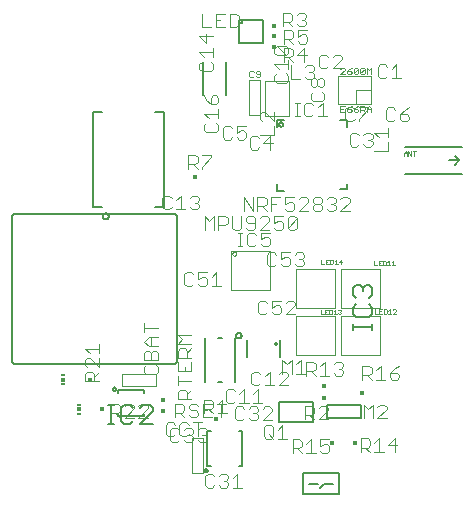
<source format=gto>
G75*
%MOIN*%
%OFA0B0*%
%FSLAX25Y25*%
%IPPOS*%
%LPD*%
%AMOC8*
5,1,8,0,0,1.08239X$1,22.5*
%
%ADD10C,0.00600*%
%ADD11C,0.00394*%
%ADD12C,0.00100*%
%ADD13C,0.00800*%
%ADD14C,0.01414*%
%ADD15C,0.00400*%
%ADD16C,0.00200*%
%ADD17C,0.00500*%
%ADD18R,0.01181X0.00591*%
%ADD19R,0.01181X0.01181*%
%ADD20C,0.00197*%
D10*
X0130500Y0070012D02*
X0130500Y0072147D01*
X0130500Y0071080D02*
X0124095Y0071080D01*
X0124095Y0072147D02*
X0124095Y0070012D01*
X0125162Y0078579D02*
X0124095Y0077512D01*
X0124095Y0075377D01*
X0125162Y0074309D01*
X0129432Y0074309D01*
X0130500Y0075377D01*
X0130500Y0077512D01*
X0129432Y0078579D01*
X0125162Y0080754D02*
X0124095Y0081822D01*
X0124095Y0083957D01*
X0125162Y0085025D01*
X0126230Y0085025D01*
X0127297Y0083957D01*
X0127297Y0082890D01*
X0127297Y0083957D02*
X0128365Y0085025D01*
X0129432Y0085025D01*
X0130500Y0083957D01*
X0130500Y0081822D01*
X0129432Y0080754D01*
X0044435Y0038700D02*
X0042300Y0038700D01*
X0043368Y0038700D02*
X0043368Y0045105D01*
X0044435Y0045105D02*
X0042300Y0045105D01*
X0050867Y0044038D02*
X0049800Y0045105D01*
X0047665Y0045105D01*
X0046597Y0044038D01*
X0046597Y0039768D01*
X0047665Y0038700D01*
X0049800Y0038700D01*
X0050867Y0039768D01*
X0057313Y0038700D02*
X0053042Y0038700D01*
X0057313Y0042970D01*
X0057313Y0044038D01*
X0056245Y0045105D01*
X0054110Y0045105D01*
X0053042Y0044038D01*
D11*
X0119900Y0090474D02*
X0132900Y0090474D01*
X0132900Y0077474D01*
X0119900Y0077474D01*
X0119900Y0090474D01*
X0119900Y0074726D02*
X0132900Y0074726D01*
X0132900Y0061726D01*
X0119900Y0061726D01*
X0119900Y0074726D01*
X0117900Y0061726D02*
X0104900Y0061726D01*
X0104900Y0074726D01*
X0117900Y0074726D01*
X0117900Y0061726D01*
X0117900Y0077474D02*
X0104900Y0077474D01*
X0104900Y0090474D01*
X0117900Y0090474D01*
X0117900Y0077474D01*
X0083500Y0096500D02*
X0096500Y0096500D01*
X0096500Y0083500D01*
X0083500Y0083500D01*
X0083500Y0096500D01*
X0083793Y0095500D02*
X0083795Y0095553D01*
X0083801Y0095605D01*
X0083811Y0095657D01*
X0083824Y0095708D01*
X0083842Y0095758D01*
X0083863Y0095807D01*
X0083888Y0095854D01*
X0083916Y0095898D01*
X0083947Y0095941D01*
X0083982Y0095981D01*
X0084019Y0096018D01*
X0084059Y0096053D01*
X0084102Y0096084D01*
X0084147Y0096112D01*
X0084193Y0096137D01*
X0084242Y0096158D01*
X0084292Y0096176D01*
X0084343Y0096189D01*
X0084395Y0096199D01*
X0084447Y0096205D01*
X0084500Y0096207D01*
X0084553Y0096205D01*
X0084605Y0096199D01*
X0084657Y0096189D01*
X0084708Y0096176D01*
X0084758Y0096158D01*
X0084807Y0096137D01*
X0084854Y0096112D01*
X0084898Y0096084D01*
X0084941Y0096053D01*
X0084981Y0096018D01*
X0085018Y0095981D01*
X0085053Y0095941D01*
X0085084Y0095898D01*
X0085112Y0095853D01*
X0085137Y0095807D01*
X0085158Y0095758D01*
X0085176Y0095708D01*
X0085189Y0095657D01*
X0085199Y0095605D01*
X0085205Y0095553D01*
X0085207Y0095500D01*
X0085205Y0095447D01*
X0085199Y0095395D01*
X0085189Y0095343D01*
X0085176Y0095292D01*
X0085158Y0095242D01*
X0085137Y0095193D01*
X0085112Y0095146D01*
X0085084Y0095102D01*
X0085053Y0095059D01*
X0085018Y0095019D01*
X0084981Y0094982D01*
X0084941Y0094947D01*
X0084898Y0094916D01*
X0084853Y0094888D01*
X0084807Y0094863D01*
X0084758Y0094842D01*
X0084708Y0094824D01*
X0084657Y0094811D01*
X0084605Y0094801D01*
X0084553Y0094795D01*
X0084500Y0094793D01*
X0084447Y0094795D01*
X0084395Y0094801D01*
X0084343Y0094811D01*
X0084292Y0094824D01*
X0084242Y0094842D01*
X0084193Y0094863D01*
X0084146Y0094888D01*
X0084102Y0094916D01*
X0084059Y0094947D01*
X0084019Y0094982D01*
X0083982Y0095019D01*
X0083947Y0095059D01*
X0083916Y0095102D01*
X0083888Y0095147D01*
X0083863Y0095193D01*
X0083842Y0095242D01*
X0083824Y0095292D01*
X0083811Y0095343D01*
X0083801Y0095395D01*
X0083795Y0095447D01*
X0083793Y0095500D01*
D12*
X0131076Y0093051D02*
X0131076Y0091550D01*
X0132077Y0091550D01*
X0133550Y0093051D02*
X0132549Y0093051D01*
X0132549Y0091550D01*
X0133550Y0091550D01*
X0133050Y0092301D02*
X0132549Y0092301D01*
X0134022Y0093051D02*
X0134022Y0091550D01*
X0134773Y0091550D01*
X0135023Y0091800D01*
X0135023Y0092801D01*
X0134773Y0093051D01*
X0134022Y0093051D01*
X0135496Y0092551D02*
X0135996Y0093051D01*
X0135996Y0091550D01*
X0135496Y0091550D02*
X0136497Y0091550D01*
X0136969Y0092551D02*
X0137469Y0093051D01*
X0137469Y0091550D01*
X0136969Y0091550D02*
X0137970Y0091550D01*
X0131324Y0076951D02*
X0131324Y0075450D01*
X0132325Y0075450D01*
X0133798Y0076951D02*
X0132797Y0076951D01*
X0132797Y0075450D01*
X0133798Y0075450D01*
X0133298Y0076201D02*
X0132797Y0076201D01*
X0134271Y0076951D02*
X0134271Y0075450D01*
X0135021Y0075450D01*
X0135271Y0075700D01*
X0135271Y0076701D01*
X0135021Y0076951D01*
X0134271Y0076951D01*
X0135744Y0076451D02*
X0136244Y0076951D01*
X0136244Y0075450D01*
X0135744Y0075450D02*
X0136745Y0075450D01*
X0138218Y0075450D02*
X0137217Y0075450D01*
X0138218Y0076451D01*
X0138218Y0076701D01*
X0137968Y0076951D01*
X0137467Y0076951D01*
X0137217Y0076701D01*
X0113224Y0076851D02*
X0113224Y0075350D01*
X0114225Y0075350D01*
X0115698Y0076851D02*
X0114697Y0076851D01*
X0114697Y0075350D01*
X0115698Y0075350D01*
X0115198Y0076101D02*
X0114697Y0076101D01*
X0116171Y0076851D02*
X0116171Y0075350D01*
X0116921Y0075350D01*
X0117171Y0075600D01*
X0117171Y0076601D01*
X0116921Y0076851D01*
X0116171Y0076851D01*
X0117644Y0076351D02*
X0118144Y0076851D01*
X0118144Y0075350D01*
X0117644Y0075350D02*
X0118645Y0075350D01*
X0119117Y0076601D02*
X0119367Y0076851D01*
X0119868Y0076851D01*
X0120118Y0076601D01*
X0120118Y0076351D01*
X0119868Y0076101D01*
X0119617Y0076101D01*
X0119868Y0076101D02*
X0120118Y0075850D01*
X0120118Y0075600D01*
X0119868Y0075350D01*
X0119367Y0075350D01*
X0119117Y0075600D01*
X0113476Y0093451D02*
X0113476Y0091950D01*
X0114477Y0091950D01*
X0115950Y0093451D02*
X0114949Y0093451D01*
X0114949Y0091950D01*
X0115950Y0091950D01*
X0115450Y0092701D02*
X0114949Y0092701D01*
X0116422Y0093451D02*
X0116422Y0091950D01*
X0117173Y0091950D01*
X0117423Y0092200D01*
X0117423Y0093201D01*
X0117173Y0093451D01*
X0116422Y0093451D01*
X0117896Y0092951D02*
X0118396Y0093451D01*
X0118396Y0091950D01*
X0117896Y0091950D02*
X0118897Y0091950D01*
X0120120Y0091950D02*
X0120120Y0093451D01*
X0119369Y0092701D01*
X0120370Y0092701D01*
X0141050Y0128150D02*
X0141050Y0129151D01*
X0141550Y0129651D01*
X0142051Y0129151D01*
X0142051Y0128150D01*
X0142051Y0128901D02*
X0141050Y0128901D01*
X0142523Y0128150D02*
X0142523Y0129651D01*
X0143524Y0128150D01*
X0143524Y0129651D01*
X0144497Y0129651D02*
X0144497Y0128150D01*
X0143997Y0129651D02*
X0144997Y0129651D01*
D13*
X0088788Y0066853D02*
X0088788Y0060947D01*
X0099812Y0060947D02*
X0099812Y0066853D01*
X0141500Y0122100D02*
X0160500Y0122100D01*
X0160500Y0131100D02*
X0141500Y0131100D01*
X0156000Y0126600D02*
X0159500Y0126600D01*
X0158000Y0128100D01*
X0159500Y0126600D02*
X0158000Y0125100D01*
D14*
X0098300Y0065400D03*
D15*
X0100500Y0055500D02*
X0100500Y0060104D01*
X0102035Y0058569D01*
X0103569Y0060104D01*
X0103569Y0055500D01*
X0105104Y0058569D02*
X0106639Y0060104D01*
X0106639Y0055500D01*
X0108173Y0055500D02*
X0105104Y0055500D01*
X0125969Y0134937D02*
X0125202Y0135704D01*
X0123667Y0135704D01*
X0122900Y0134937D01*
X0122900Y0131867D01*
X0123667Y0131100D01*
X0125202Y0131100D01*
X0125969Y0131867D01*
X0127504Y0134937D02*
X0128271Y0135704D01*
X0129806Y0135704D01*
X0130573Y0134937D01*
X0130573Y0134169D01*
X0129806Y0133402D01*
X0129039Y0133402D01*
X0129806Y0133402D02*
X0130573Y0132635D01*
X0130573Y0131867D01*
X0129806Y0131100D01*
X0128271Y0131100D01*
X0127504Y0131867D01*
X0124569Y0143537D02*
X0123802Y0144304D01*
X0122267Y0144304D01*
X0121500Y0143537D01*
X0121500Y0140467D01*
X0122267Y0139700D01*
X0123802Y0139700D01*
X0124569Y0140467D01*
X0126104Y0144304D02*
X0129173Y0144304D01*
X0129173Y0143537D01*
X0126104Y0140467D01*
X0126104Y0139700D01*
X0138169Y0143437D02*
X0137402Y0144204D01*
X0135867Y0144204D01*
X0135100Y0143437D01*
X0135100Y0140367D01*
X0135867Y0139600D01*
X0137402Y0139600D01*
X0138169Y0140367D01*
X0142773Y0144204D02*
X0141239Y0143437D01*
X0139704Y0141902D01*
X0139704Y0140367D01*
X0140471Y0139600D01*
X0142006Y0139600D01*
X0142773Y0140367D01*
X0142773Y0141135D01*
X0142006Y0141902D01*
X0139704Y0141902D01*
X0135461Y0157837D02*
X0134694Y0158604D01*
X0133159Y0158604D01*
X0132392Y0157837D01*
X0132392Y0154767D01*
X0133159Y0154000D01*
X0134694Y0154000D01*
X0135461Y0154767D01*
X0136996Y0157069D02*
X0138531Y0158604D01*
X0138531Y0154000D01*
X0140065Y0154000D02*
X0136996Y0154000D01*
X0115761Y0161037D02*
X0114994Y0161804D01*
X0113459Y0161804D01*
X0112692Y0161037D01*
X0112692Y0157967D01*
X0113459Y0157200D01*
X0114994Y0157200D01*
X0115761Y0157967D01*
X0120365Y0157200D02*
X0117296Y0157200D01*
X0120365Y0160269D01*
X0120365Y0161037D01*
X0119598Y0161804D01*
X0118063Y0161804D01*
X0117296Y0161037D01*
X0098563Y0155569D02*
X0097796Y0154802D01*
X0097796Y0153267D01*
X0098563Y0152500D01*
X0101633Y0152500D01*
X0102400Y0153267D01*
X0102400Y0154802D01*
X0101633Y0155569D01*
X0099331Y0157104D02*
X0097796Y0158639D01*
X0102400Y0158639D01*
X0102400Y0160173D02*
X0102400Y0157104D01*
X0101633Y0161708D02*
X0098563Y0161708D01*
X0097796Y0162475D01*
X0097796Y0164010D01*
X0098563Y0164777D01*
X0101633Y0164777D01*
X0102400Y0164010D01*
X0102400Y0162475D01*
X0101633Y0161708D01*
X0098563Y0164777D01*
X0092669Y0133937D02*
X0091902Y0134704D01*
X0090367Y0134704D01*
X0089600Y0133937D01*
X0089600Y0130867D01*
X0090367Y0130100D01*
X0091902Y0130100D01*
X0092669Y0130867D01*
X0096506Y0130100D02*
X0096506Y0134704D01*
X0094204Y0132402D01*
X0097273Y0132402D01*
X0083681Y0137314D02*
X0082914Y0138082D01*
X0081379Y0138082D01*
X0080612Y0137314D01*
X0080612Y0134245D01*
X0081379Y0133478D01*
X0082914Y0133478D01*
X0083681Y0134245D01*
X0088285Y0138082D02*
X0085216Y0138082D01*
X0085216Y0135780D01*
X0086751Y0136547D01*
X0087518Y0136547D01*
X0088285Y0135780D01*
X0088285Y0134245D01*
X0087518Y0133478D01*
X0085983Y0133478D01*
X0085216Y0134245D01*
X0110663Y0149369D02*
X0109896Y0148602D01*
X0109896Y0147067D01*
X0110663Y0146300D01*
X0113733Y0146300D01*
X0114500Y0147067D01*
X0114500Y0148602D01*
X0113733Y0149369D01*
X0110663Y0150904D02*
X0109896Y0151671D01*
X0109896Y0153206D01*
X0110663Y0153973D01*
X0111431Y0153973D01*
X0112198Y0153206D01*
X0112965Y0153973D01*
X0113733Y0153973D01*
X0114500Y0153206D01*
X0114500Y0151671D01*
X0113733Y0150904D01*
X0112965Y0150904D01*
X0112198Y0151671D01*
X0111431Y0150904D01*
X0110663Y0150904D01*
X0112198Y0151671D02*
X0112198Y0153206D01*
X0106235Y0141200D02*
X0104700Y0141200D01*
X0105467Y0141200D02*
X0105467Y0145804D01*
X0104700Y0145804D02*
X0106235Y0145804D01*
X0110839Y0145037D02*
X0110071Y0145804D01*
X0108537Y0145804D01*
X0107769Y0145037D01*
X0107769Y0141967D01*
X0108537Y0141200D01*
X0110071Y0141200D01*
X0110839Y0141967D01*
X0112373Y0144269D02*
X0113908Y0145804D01*
X0113908Y0141200D01*
X0115442Y0141200D02*
X0112373Y0141200D01*
X0087600Y0109700D02*
X0087600Y0114304D01*
X0090669Y0109700D01*
X0090669Y0114304D01*
X0092204Y0109700D02*
X0092204Y0114304D01*
X0094506Y0114304D01*
X0095273Y0113537D01*
X0095273Y0112002D01*
X0094506Y0111235D01*
X0092204Y0111235D01*
X0093739Y0111235D02*
X0095273Y0109700D01*
X0096808Y0109700D02*
X0096808Y0114304D01*
X0099877Y0114304D01*
X0098342Y0112002D02*
X0096808Y0112002D01*
X0104481Y0114304D02*
X0101412Y0114304D01*
X0101412Y0112002D01*
X0102946Y0112769D01*
X0103714Y0112769D01*
X0104481Y0112002D01*
X0104481Y0110467D01*
X0103714Y0109700D01*
X0102179Y0109700D01*
X0101412Y0110467D01*
X0109085Y0109700D02*
X0106016Y0109700D01*
X0109085Y0112769D01*
X0109085Y0113537D01*
X0108318Y0114304D01*
X0106783Y0114304D01*
X0106016Y0113537D01*
X0110620Y0113537D02*
X0111387Y0114304D01*
X0112922Y0114304D01*
X0113689Y0113537D01*
X0113689Y0112769D01*
X0112922Y0112002D01*
X0113689Y0111235D01*
X0113689Y0110467D01*
X0112922Y0109700D01*
X0111387Y0109700D01*
X0110620Y0110467D01*
X0110620Y0111235D01*
X0111387Y0112002D01*
X0110620Y0112769D01*
X0110620Y0113537D01*
X0111387Y0112002D02*
X0112922Y0112002D01*
X0115224Y0113537D02*
X0115991Y0114304D01*
X0117526Y0114304D01*
X0118293Y0113537D01*
X0118293Y0112769D01*
X0117526Y0112002D01*
X0116758Y0112002D01*
X0117526Y0112002D02*
X0118293Y0111235D01*
X0118293Y0110467D01*
X0117526Y0109700D01*
X0115991Y0109700D01*
X0115224Y0110467D01*
X0122897Y0109700D02*
X0119827Y0109700D01*
X0122897Y0112769D01*
X0122897Y0113537D01*
X0122129Y0114304D01*
X0120595Y0114304D01*
X0119827Y0113537D01*
X0064669Y0038437D02*
X0063902Y0039204D01*
X0062367Y0039204D01*
X0061600Y0038437D01*
X0061600Y0035367D01*
X0062367Y0034600D01*
X0063902Y0034600D01*
X0064669Y0035367D01*
X0069273Y0038437D02*
X0068506Y0039204D01*
X0066971Y0039204D01*
X0066204Y0038437D01*
X0066204Y0035367D01*
X0066971Y0034600D01*
X0068506Y0034600D01*
X0069273Y0035367D01*
X0072342Y0034600D02*
X0072342Y0039204D01*
X0070808Y0039204D02*
X0073877Y0039204D01*
X0055163Y0058469D02*
X0054396Y0057702D01*
X0054396Y0056167D01*
X0055163Y0055400D01*
X0058233Y0055400D01*
X0059000Y0056167D01*
X0059000Y0057702D01*
X0058233Y0058469D01*
X0059000Y0060004D02*
X0054396Y0060004D01*
X0054396Y0062306D01*
X0055163Y0063073D01*
X0055931Y0063073D01*
X0056698Y0062306D01*
X0057465Y0063073D01*
X0058233Y0063073D01*
X0059000Y0062306D01*
X0059000Y0060004D01*
X0056698Y0060004D02*
X0056698Y0062306D01*
X0059000Y0064608D02*
X0055931Y0064608D01*
X0054396Y0066142D01*
X0055931Y0067677D01*
X0059000Y0067677D01*
X0056698Y0067677D02*
X0056698Y0064608D01*
X0059000Y0070746D02*
X0054396Y0070746D01*
X0054396Y0069212D02*
X0054396Y0072281D01*
X0077869Y0021337D02*
X0077102Y0022104D01*
X0075567Y0022104D01*
X0074800Y0021337D01*
X0074800Y0018267D01*
X0075567Y0017500D01*
X0077102Y0017500D01*
X0077869Y0018267D01*
X0079404Y0021337D02*
X0080171Y0022104D01*
X0081706Y0022104D01*
X0082473Y0021337D01*
X0082473Y0020569D01*
X0081706Y0019802D01*
X0080939Y0019802D01*
X0081706Y0019802D02*
X0082473Y0019035D01*
X0082473Y0018267D01*
X0081706Y0017500D01*
X0080171Y0017500D01*
X0079404Y0018267D01*
X0084008Y0020569D02*
X0085542Y0022104D01*
X0085542Y0017500D01*
X0084008Y0017500D02*
X0087077Y0017500D01*
X0087769Y0043837D02*
X0087002Y0044604D01*
X0085467Y0044604D01*
X0084700Y0043837D01*
X0084700Y0040767D01*
X0085467Y0040000D01*
X0087002Y0040000D01*
X0087769Y0040767D01*
X0089304Y0043837D02*
X0090071Y0044604D01*
X0091606Y0044604D01*
X0092373Y0043837D01*
X0092373Y0043069D01*
X0091606Y0042302D01*
X0090839Y0042302D01*
X0091606Y0042302D02*
X0092373Y0041535D01*
X0092373Y0040767D01*
X0091606Y0040000D01*
X0090071Y0040000D01*
X0089304Y0040767D01*
X0096977Y0040000D02*
X0093908Y0040000D01*
X0096977Y0043069D01*
X0096977Y0043837D01*
X0096210Y0044604D01*
X0094675Y0044604D01*
X0093908Y0043837D01*
X0066169Y0036537D02*
X0065402Y0037304D01*
X0063867Y0037304D01*
X0063100Y0036537D01*
X0063100Y0033467D01*
X0063867Y0032700D01*
X0065402Y0032700D01*
X0066169Y0033467D01*
X0067704Y0036537D02*
X0068471Y0037304D01*
X0070006Y0037304D01*
X0070773Y0036537D01*
X0070773Y0035769D01*
X0070006Y0035002D01*
X0069239Y0035002D01*
X0070006Y0035002D02*
X0070773Y0034235D01*
X0070773Y0033467D01*
X0070006Y0032700D01*
X0068471Y0032700D01*
X0067704Y0033467D01*
X0072308Y0036537D02*
X0073075Y0037304D01*
X0074610Y0037304D01*
X0075377Y0036537D01*
X0075377Y0035769D01*
X0074610Y0035002D01*
X0073842Y0035002D01*
X0074610Y0035002D02*
X0075377Y0034235D01*
X0075377Y0033467D01*
X0074610Y0032700D01*
X0073075Y0032700D01*
X0072308Y0033467D01*
X0084669Y0049537D02*
X0083902Y0050304D01*
X0082367Y0050304D01*
X0081600Y0049537D01*
X0081600Y0046467D01*
X0082367Y0045700D01*
X0083902Y0045700D01*
X0084669Y0046467D01*
X0086204Y0048769D02*
X0087739Y0050304D01*
X0087739Y0045700D01*
X0089273Y0045700D02*
X0086204Y0045700D01*
X0090808Y0048769D02*
X0092342Y0050304D01*
X0092342Y0045700D01*
X0090808Y0045700D02*
X0093877Y0045700D01*
X0127597Y0040537D02*
X0127597Y0045141D01*
X0129132Y0043607D01*
X0130666Y0045141D01*
X0130666Y0040537D01*
X0135270Y0040537D02*
X0132201Y0040537D01*
X0135270Y0043607D01*
X0135270Y0044374D01*
X0134503Y0045141D01*
X0132968Y0045141D01*
X0132201Y0044374D01*
X0094383Y0034529D02*
X0094383Y0037598D01*
X0095151Y0038366D01*
X0096685Y0038366D01*
X0097453Y0037598D01*
X0097453Y0034529D01*
X0096685Y0033762D01*
X0095151Y0033762D01*
X0094383Y0034529D01*
X0095918Y0035296D02*
X0097453Y0033762D01*
X0098987Y0036831D02*
X0100522Y0038366D01*
X0100522Y0033762D01*
X0098987Y0033762D02*
X0102057Y0033762D01*
X0093204Y0055403D02*
X0092436Y0056171D01*
X0090902Y0056171D01*
X0090134Y0055403D01*
X0090134Y0052334D01*
X0090902Y0051567D01*
X0092436Y0051567D01*
X0093204Y0052334D01*
X0094738Y0054636D02*
X0096273Y0056171D01*
X0096273Y0051567D01*
X0094738Y0051567D02*
X0097808Y0051567D01*
X0102412Y0051567D02*
X0099342Y0051567D01*
X0102412Y0054636D01*
X0102412Y0055403D01*
X0101644Y0056171D01*
X0100110Y0056171D01*
X0099342Y0055403D01*
X0070869Y0088537D02*
X0070102Y0089304D01*
X0068567Y0089304D01*
X0067800Y0088537D01*
X0067800Y0085467D01*
X0068567Y0084700D01*
X0070102Y0084700D01*
X0070869Y0085467D01*
X0075473Y0089304D02*
X0072404Y0089304D01*
X0072404Y0087002D01*
X0073939Y0087769D01*
X0074706Y0087769D01*
X0075473Y0087002D01*
X0075473Y0085467D01*
X0074706Y0084700D01*
X0073171Y0084700D01*
X0072404Y0085467D01*
X0077008Y0087769D02*
X0078542Y0089304D01*
X0078542Y0084700D01*
X0077008Y0084700D02*
X0080077Y0084700D01*
X0095469Y0079037D02*
X0094702Y0079804D01*
X0093167Y0079804D01*
X0092400Y0079037D01*
X0092400Y0075967D01*
X0093167Y0075200D01*
X0094702Y0075200D01*
X0095469Y0075967D01*
X0100073Y0079804D02*
X0097004Y0079804D01*
X0097004Y0077502D01*
X0098539Y0078269D01*
X0099306Y0078269D01*
X0100073Y0077502D01*
X0100073Y0075967D01*
X0099306Y0075200D01*
X0097771Y0075200D01*
X0097004Y0075967D01*
X0104677Y0075200D02*
X0101608Y0075200D01*
X0104677Y0078269D01*
X0104677Y0079037D01*
X0103910Y0079804D01*
X0102375Y0079804D01*
X0101608Y0079037D01*
X0098457Y0095137D02*
X0097690Y0095904D01*
X0096156Y0095904D01*
X0095388Y0095137D01*
X0095388Y0092067D01*
X0096156Y0091300D01*
X0097690Y0091300D01*
X0098457Y0092067D01*
X0103061Y0095904D02*
X0099992Y0095904D01*
X0099992Y0093602D01*
X0101527Y0094369D01*
X0102294Y0094369D01*
X0103061Y0093602D01*
X0103061Y0092067D01*
X0102294Y0091300D01*
X0100759Y0091300D01*
X0099992Y0092067D01*
X0104596Y0095137D02*
X0105363Y0095904D01*
X0106898Y0095904D01*
X0107665Y0095137D01*
X0107665Y0094369D01*
X0106898Y0093602D01*
X0106131Y0093602D01*
X0106898Y0093602D02*
X0107665Y0092835D01*
X0107665Y0092067D01*
X0106898Y0091300D01*
X0105363Y0091300D01*
X0104596Y0092067D01*
X0073671Y0175517D02*
X0073671Y0170913D01*
X0076740Y0170913D01*
X0081344Y0175517D02*
X0078275Y0175517D01*
X0078275Y0170913D01*
X0081344Y0170913D01*
X0079809Y0173215D02*
X0078275Y0173215D01*
X0082879Y0175517D02*
X0082879Y0170913D01*
X0085181Y0170913D01*
X0085948Y0171681D01*
X0085948Y0174750D01*
X0085181Y0175517D01*
X0082879Y0175517D01*
X0108488Y0054800D02*
X0108488Y0059404D01*
X0110790Y0059404D01*
X0111557Y0058637D01*
X0111557Y0057102D01*
X0110790Y0056335D01*
X0108488Y0056335D01*
X0110023Y0056335D02*
X0111557Y0054800D01*
X0113092Y0057869D02*
X0114627Y0059404D01*
X0114627Y0054800D01*
X0116161Y0054800D02*
X0113092Y0054800D01*
X0117696Y0058637D02*
X0118463Y0059404D01*
X0119998Y0059404D01*
X0120765Y0058637D01*
X0120765Y0057869D01*
X0119998Y0057102D01*
X0119231Y0057102D01*
X0119998Y0057102D02*
X0120765Y0056335D01*
X0120765Y0055567D01*
X0119998Y0054800D01*
X0118463Y0054800D01*
X0117696Y0055567D01*
X0103900Y0029000D02*
X0103900Y0033604D01*
X0106202Y0033604D01*
X0106969Y0032837D01*
X0106969Y0031302D01*
X0106202Y0030535D01*
X0103900Y0030535D01*
X0105435Y0030535D02*
X0106969Y0029000D01*
X0108504Y0032069D02*
X0110039Y0033604D01*
X0110039Y0029000D01*
X0111573Y0029000D02*
X0108504Y0029000D01*
X0116177Y0033604D02*
X0113108Y0033604D01*
X0113108Y0031302D01*
X0114642Y0032069D01*
X0115410Y0032069D01*
X0116177Y0031302D01*
X0116177Y0029767D01*
X0115410Y0029000D01*
X0113875Y0029000D01*
X0113108Y0029767D01*
X0126600Y0029300D02*
X0126600Y0033904D01*
X0128902Y0033904D01*
X0129669Y0033137D01*
X0129669Y0031602D01*
X0128902Y0030835D01*
X0126600Y0030835D01*
X0128135Y0030835D02*
X0129669Y0029300D01*
X0131204Y0032369D02*
X0132739Y0033904D01*
X0132739Y0029300D01*
X0134273Y0029300D02*
X0131204Y0029300D01*
X0138110Y0029300D02*
X0138110Y0033904D01*
X0135808Y0031602D01*
X0138877Y0031602D01*
X0107992Y0040200D02*
X0107992Y0044804D01*
X0110294Y0044804D01*
X0111061Y0044037D01*
X0111061Y0042502D01*
X0110294Y0041735D01*
X0107992Y0041735D01*
X0109527Y0041735D02*
X0111061Y0040200D01*
X0115665Y0040200D02*
X0112596Y0040200D01*
X0115665Y0043269D01*
X0115665Y0044037D01*
X0114898Y0044804D01*
X0113363Y0044804D01*
X0112596Y0044037D01*
X0127200Y0053500D02*
X0127200Y0058104D01*
X0129502Y0058104D01*
X0130269Y0057337D01*
X0130269Y0055802D01*
X0129502Y0055035D01*
X0127200Y0055035D01*
X0128735Y0055035D02*
X0130269Y0053500D01*
X0131804Y0056569D02*
X0133339Y0058104D01*
X0133339Y0053500D01*
X0134873Y0053500D02*
X0131804Y0053500D01*
X0139477Y0058104D02*
X0137942Y0057337D01*
X0136408Y0055802D01*
X0136408Y0054267D01*
X0137175Y0053500D01*
X0138710Y0053500D01*
X0139477Y0054267D01*
X0139477Y0055035D01*
X0138710Y0055802D01*
X0136408Y0055802D01*
X0074300Y0042200D02*
X0074300Y0046804D01*
X0076602Y0046804D01*
X0077369Y0046037D01*
X0077369Y0044502D01*
X0076602Y0043735D01*
X0074300Y0043735D01*
X0075835Y0043735D02*
X0077369Y0042200D01*
X0078904Y0045269D02*
X0080439Y0046804D01*
X0080439Y0042200D01*
X0081973Y0042200D02*
X0078904Y0042200D01*
X0039300Y0052988D02*
X0034696Y0052988D01*
X0034696Y0055290D01*
X0035463Y0056057D01*
X0036998Y0056057D01*
X0037765Y0055290D01*
X0037765Y0052988D01*
X0037765Y0054523D02*
X0039300Y0056057D01*
X0039300Y0060661D02*
X0039300Y0057592D01*
X0036231Y0060661D01*
X0035463Y0060661D01*
X0034696Y0059894D01*
X0034696Y0058359D01*
X0035463Y0057592D01*
X0036231Y0062196D02*
X0034696Y0063731D01*
X0039300Y0063731D01*
X0039300Y0065265D02*
X0039300Y0062196D01*
X0043300Y0040800D02*
X0043300Y0045404D01*
X0045602Y0045404D01*
X0046369Y0044637D01*
X0046369Y0043102D01*
X0045602Y0042335D01*
X0043300Y0042335D01*
X0044835Y0042335D02*
X0046369Y0040800D01*
X0050973Y0040800D02*
X0047904Y0040800D01*
X0050973Y0043869D01*
X0050973Y0044637D01*
X0050206Y0045404D01*
X0048671Y0045404D01*
X0047904Y0044637D01*
X0055577Y0040800D02*
X0052508Y0040800D01*
X0055577Y0043869D01*
X0055577Y0044637D01*
X0054810Y0045404D01*
X0053275Y0045404D01*
X0052508Y0044637D01*
X0064800Y0040900D02*
X0064800Y0045504D01*
X0067102Y0045504D01*
X0067869Y0044737D01*
X0067869Y0043202D01*
X0067102Y0042435D01*
X0064800Y0042435D01*
X0066335Y0042435D02*
X0067869Y0040900D01*
X0072473Y0044737D02*
X0071706Y0045504D01*
X0070171Y0045504D01*
X0069404Y0044737D01*
X0069404Y0043969D01*
X0070171Y0043202D01*
X0071706Y0043202D01*
X0072473Y0042435D01*
X0072473Y0041667D01*
X0071706Y0040900D01*
X0070171Y0040900D01*
X0069404Y0041667D01*
X0077077Y0045504D02*
X0074008Y0045504D01*
X0074008Y0040900D01*
X0077077Y0040900D01*
X0075542Y0043202D02*
X0074008Y0043202D01*
X0080146Y0040900D02*
X0080146Y0045504D01*
X0078612Y0045504D02*
X0081681Y0045504D01*
X0070200Y0047000D02*
X0065596Y0047000D01*
X0065596Y0049302D01*
X0066363Y0050069D01*
X0067898Y0050069D01*
X0068665Y0049302D01*
X0068665Y0047000D01*
X0068665Y0048535D02*
X0070200Y0050069D01*
X0070200Y0053139D02*
X0065596Y0053139D01*
X0065596Y0054673D02*
X0065596Y0051604D01*
X0065596Y0059277D02*
X0065596Y0056208D01*
X0070200Y0056208D01*
X0070200Y0059277D01*
X0067898Y0057742D02*
X0067898Y0056208D01*
X0070200Y0060812D02*
X0065596Y0060812D01*
X0065596Y0063114D01*
X0066363Y0063881D01*
X0067898Y0063881D01*
X0068665Y0063114D01*
X0068665Y0060812D01*
X0068665Y0062346D02*
X0070200Y0063881D01*
X0070200Y0065416D02*
X0065596Y0065416D01*
X0067131Y0066950D01*
X0065596Y0068485D01*
X0070200Y0068485D01*
X0100792Y0171200D02*
X0100792Y0175804D01*
X0103094Y0175804D01*
X0103861Y0175037D01*
X0103861Y0173502D01*
X0103094Y0172735D01*
X0100792Y0172735D01*
X0102327Y0172735D02*
X0103861Y0171200D01*
X0105396Y0175037D02*
X0106163Y0175804D01*
X0107698Y0175804D01*
X0108465Y0175037D01*
X0108465Y0174269D01*
X0107698Y0173502D01*
X0106931Y0173502D01*
X0107698Y0173502D02*
X0108465Y0172735D01*
X0108465Y0171967D01*
X0107698Y0171200D01*
X0106163Y0171200D01*
X0105396Y0171967D01*
X0100892Y0159400D02*
X0100892Y0164004D01*
X0103194Y0164004D01*
X0103961Y0163237D01*
X0103961Y0161702D01*
X0103194Y0160935D01*
X0100892Y0160935D01*
X0102427Y0160935D02*
X0103961Y0159400D01*
X0107798Y0159400D02*
X0107798Y0164004D01*
X0105496Y0161702D01*
X0108565Y0161702D01*
X0100992Y0165500D02*
X0100992Y0170104D01*
X0103294Y0170104D01*
X0104061Y0169337D01*
X0104061Y0167802D01*
X0103294Y0167035D01*
X0100992Y0167035D01*
X0102527Y0167035D02*
X0104061Y0165500D01*
X0108665Y0170104D02*
X0105596Y0170104D01*
X0105596Y0167802D01*
X0107131Y0168569D01*
X0107898Y0168569D01*
X0108665Y0167802D01*
X0108665Y0166267D01*
X0107898Y0165500D01*
X0106363Y0165500D01*
X0105596Y0166267D01*
X0131196Y0129600D02*
X0135800Y0129600D01*
X0135800Y0132669D01*
X0132731Y0134204D02*
X0131196Y0135739D01*
X0135800Y0135739D01*
X0135800Y0137273D02*
X0135800Y0134204D01*
X0093096Y0135100D02*
X0097700Y0135100D01*
X0097700Y0138169D01*
X0097700Y0142773D02*
X0097700Y0139704D01*
X0094631Y0142773D01*
X0093863Y0142773D01*
X0093096Y0142006D01*
X0093096Y0140471D01*
X0093863Y0139704D01*
X0103400Y0158304D02*
X0103400Y0153700D01*
X0106469Y0153700D01*
X0108004Y0157537D02*
X0108771Y0158304D01*
X0110306Y0158304D01*
X0111073Y0157537D01*
X0111073Y0156769D01*
X0110306Y0156002D01*
X0109539Y0156002D01*
X0110306Y0156002D02*
X0111073Y0155235D01*
X0111073Y0154467D01*
X0110306Y0153700D01*
X0108771Y0153700D01*
X0108004Y0154467D01*
X0087135Y0097900D02*
X0085600Y0097900D01*
X0086367Y0097900D02*
X0086367Y0102504D01*
X0085600Y0102504D02*
X0087135Y0102504D01*
X0091739Y0101737D02*
X0090971Y0102504D01*
X0089437Y0102504D01*
X0088669Y0101737D01*
X0088669Y0098667D01*
X0089437Y0097900D01*
X0090971Y0097900D01*
X0091739Y0098667D01*
X0096342Y0102504D02*
X0093273Y0102504D01*
X0093273Y0100202D01*
X0094808Y0100969D01*
X0095575Y0100969D01*
X0096342Y0100202D01*
X0096342Y0098667D01*
X0095575Y0097900D01*
X0094041Y0097900D01*
X0093273Y0098667D01*
X0074600Y0103400D02*
X0074600Y0108004D01*
X0076135Y0106469D01*
X0077669Y0108004D01*
X0077669Y0103400D01*
X0079204Y0103400D02*
X0079204Y0108004D01*
X0081506Y0108004D01*
X0082273Y0107237D01*
X0082273Y0105702D01*
X0081506Y0104935D01*
X0079204Y0104935D01*
X0083808Y0108004D02*
X0083808Y0104167D01*
X0084575Y0103400D01*
X0086110Y0103400D01*
X0086877Y0104167D01*
X0086877Y0108004D01*
X0088412Y0104167D02*
X0089179Y0103400D01*
X0090714Y0103400D01*
X0091481Y0104167D01*
X0091481Y0107237D01*
X0090714Y0108004D01*
X0089179Y0108004D01*
X0088412Y0107237D01*
X0088412Y0106469D01*
X0089179Y0105702D01*
X0091481Y0105702D01*
X0096085Y0103400D02*
X0093016Y0103400D01*
X0096085Y0106469D01*
X0096085Y0107237D01*
X0095318Y0108004D01*
X0093783Y0108004D01*
X0093016Y0107237D01*
X0100689Y0108004D02*
X0097620Y0108004D01*
X0097620Y0105702D01*
X0099154Y0106469D01*
X0099922Y0106469D01*
X0100689Y0105702D01*
X0100689Y0104167D01*
X0099922Y0103400D01*
X0098387Y0103400D01*
X0097620Y0104167D01*
X0102224Y0104167D02*
X0102224Y0107237D01*
X0102991Y0108004D01*
X0104526Y0108004D01*
X0105293Y0107237D01*
X0105293Y0104167D01*
X0104526Y0103400D01*
X0102991Y0103400D01*
X0102224Y0104167D01*
X0105293Y0107237D01*
X0073563Y0159469D02*
X0072796Y0158702D01*
X0072796Y0157167D01*
X0073563Y0156400D01*
X0076633Y0156400D01*
X0077400Y0157167D01*
X0077400Y0158702D01*
X0076633Y0159469D01*
X0074331Y0161004D02*
X0072796Y0162539D01*
X0077400Y0162539D01*
X0077400Y0164073D02*
X0077400Y0161004D01*
X0077400Y0167910D02*
X0072796Y0167910D01*
X0075098Y0165608D01*
X0075098Y0168677D01*
X0075163Y0139057D02*
X0074396Y0138290D01*
X0074396Y0136756D01*
X0075163Y0135988D01*
X0078233Y0135988D01*
X0079000Y0136756D01*
X0079000Y0138290D01*
X0078233Y0139057D01*
X0075931Y0140592D02*
X0074396Y0142127D01*
X0079000Y0142127D01*
X0079000Y0143661D02*
X0079000Y0140592D01*
X0074396Y0148265D02*
X0075163Y0146731D01*
X0076698Y0145196D01*
X0078233Y0145196D01*
X0079000Y0145963D01*
X0079000Y0147498D01*
X0078233Y0148265D01*
X0077465Y0148265D01*
X0076698Y0147498D01*
X0076698Y0145196D01*
X0069200Y0123700D02*
X0069200Y0128304D01*
X0071502Y0128304D01*
X0072269Y0127537D01*
X0072269Y0126002D01*
X0071502Y0125235D01*
X0069200Y0125235D01*
X0070735Y0125235D02*
X0072269Y0123700D01*
X0073804Y0128304D02*
X0076873Y0128304D01*
X0076873Y0127537D01*
X0073804Y0124467D01*
X0073804Y0123700D01*
X0063557Y0114037D02*
X0062790Y0114804D01*
X0061256Y0114804D01*
X0060488Y0114037D01*
X0060488Y0110967D01*
X0061256Y0110200D01*
X0062790Y0110200D01*
X0063557Y0110967D01*
X0065092Y0113269D02*
X0066627Y0114804D01*
X0066627Y0110200D01*
X0068161Y0110200D02*
X0065092Y0110200D01*
X0069696Y0114037D02*
X0070463Y0114804D01*
X0071998Y0114804D01*
X0072765Y0114037D01*
X0072765Y0113269D01*
X0071998Y0112502D01*
X0071231Y0112502D01*
X0071998Y0112502D02*
X0072765Y0111735D01*
X0072765Y0110967D01*
X0071998Y0110200D01*
X0070463Y0110200D01*
X0069696Y0110967D01*
D16*
X0093102Y0153399D02*
X0093102Y0141801D01*
X0089298Y0141801D01*
X0089298Y0153399D01*
X0093102Y0153399D01*
X0090968Y0156035D02*
X0090601Y0156402D01*
X0089867Y0156402D01*
X0089500Y0156035D01*
X0089500Y0154567D01*
X0089867Y0154200D01*
X0090601Y0154200D01*
X0090968Y0154567D01*
X0091710Y0154567D02*
X0092077Y0154200D01*
X0092811Y0154200D01*
X0093178Y0154567D01*
X0093178Y0156035D01*
X0092811Y0156402D01*
X0092077Y0156402D01*
X0091710Y0156035D01*
X0091710Y0155668D01*
X0092077Y0155301D01*
X0093178Y0155301D01*
X0046901Y0055202D02*
X0058499Y0055202D01*
X0058499Y0051398D01*
X0046901Y0051398D01*
X0046901Y0055202D01*
X0074102Y0033899D02*
X0074102Y0022301D01*
X0070298Y0022301D01*
X0070298Y0033899D01*
X0074102Y0033899D01*
X0121344Y0155218D02*
X0119876Y0155218D01*
X0121344Y0156686D01*
X0121344Y0157053D01*
X0120977Y0157420D01*
X0120243Y0157420D01*
X0119876Y0157053D01*
X0123553Y0157420D02*
X0122819Y0157053D01*
X0122085Y0156319D01*
X0122085Y0155585D01*
X0122452Y0155218D01*
X0123186Y0155218D01*
X0123553Y0155585D01*
X0123553Y0155952D01*
X0123186Y0156319D01*
X0122085Y0156319D01*
X0124295Y0155585D02*
X0124295Y0157053D01*
X0124662Y0157420D01*
X0125396Y0157420D01*
X0125763Y0157053D01*
X0125763Y0155585D01*
X0125396Y0155218D01*
X0124662Y0155218D01*
X0124295Y0155585D01*
X0125763Y0157053D01*
X0126505Y0155585D02*
X0126505Y0157053D01*
X0126872Y0157420D01*
X0127606Y0157420D01*
X0127973Y0157053D01*
X0127973Y0155585D01*
X0127606Y0155218D01*
X0126872Y0155218D01*
X0126505Y0155585D01*
X0127973Y0157053D01*
X0128715Y0155218D02*
X0128715Y0157420D01*
X0129449Y0156686D01*
X0130183Y0157420D01*
X0130183Y0155218D01*
X0121344Y0144822D02*
X0119876Y0144822D01*
X0119876Y0142620D01*
X0121344Y0142620D01*
X0120610Y0143721D02*
X0119876Y0143721D01*
X0123553Y0144822D02*
X0122819Y0144455D01*
X0122085Y0143721D01*
X0122085Y0142987D01*
X0122452Y0142620D01*
X0123186Y0142620D01*
X0123553Y0142987D01*
X0123553Y0143354D01*
X0123186Y0143721D01*
X0122085Y0143721D01*
X0125763Y0144822D02*
X0125029Y0144455D01*
X0124295Y0143721D01*
X0124295Y0142987D01*
X0124662Y0142620D01*
X0125396Y0142620D01*
X0125763Y0142987D01*
X0125763Y0143354D01*
X0125396Y0143721D01*
X0124295Y0143721D01*
X0126505Y0142620D02*
X0126505Y0144822D01*
X0127606Y0144822D01*
X0127973Y0144455D01*
X0127973Y0143721D01*
X0127606Y0143354D01*
X0126505Y0143354D01*
X0127239Y0143354D02*
X0127973Y0142620D01*
X0128715Y0142620D02*
X0128715Y0144088D01*
X0129449Y0144822D01*
X0130183Y0144088D01*
X0130183Y0142620D01*
X0130183Y0143721D02*
X0128715Y0143721D01*
X0094830Y0141501D02*
X0094830Y0153099D01*
X0102570Y0153099D01*
X0102570Y0141501D01*
X0094830Y0141501D01*
D17*
X0101050Y0140011D02*
X0098589Y0140011D01*
X0098589Y0137550D01*
X0119750Y0140011D02*
X0122211Y0140011D01*
X0122211Y0137550D01*
X0122211Y0118850D02*
X0122211Y0116881D01*
X0119750Y0116881D01*
X0101050Y0116389D02*
X0098589Y0116389D01*
X0098589Y0118850D01*
X0099369Y0138535D02*
X0099371Y0138588D01*
X0099377Y0138640D01*
X0099387Y0138692D01*
X0099401Y0138743D01*
X0099418Y0138792D01*
X0099440Y0138840D01*
X0099464Y0138887D01*
X0099493Y0138931D01*
X0099524Y0138973D01*
X0099559Y0139013D01*
X0099597Y0139050D01*
X0099637Y0139084D01*
X0099680Y0139115D01*
X0099725Y0139142D01*
X0099772Y0139166D01*
X0099820Y0139186D01*
X0099870Y0139203D01*
X0099921Y0139216D01*
X0099973Y0139225D01*
X0100026Y0139230D01*
X0100078Y0139231D01*
X0100131Y0139228D01*
X0100183Y0139221D01*
X0100235Y0139210D01*
X0100285Y0139195D01*
X0100334Y0139177D01*
X0100382Y0139155D01*
X0100428Y0139129D01*
X0100472Y0139100D01*
X0100514Y0139067D01*
X0100552Y0139032D01*
X0100589Y0138993D01*
X0100622Y0138953D01*
X0100652Y0138909D01*
X0100678Y0138864D01*
X0100702Y0138816D01*
X0100721Y0138768D01*
X0100737Y0138717D01*
X0100749Y0138666D01*
X0100757Y0138614D01*
X0100761Y0138561D01*
X0100761Y0138509D01*
X0100757Y0138456D01*
X0100749Y0138404D01*
X0100737Y0138353D01*
X0100721Y0138302D01*
X0100702Y0138254D01*
X0100678Y0138206D01*
X0100652Y0138161D01*
X0100622Y0138117D01*
X0100589Y0138077D01*
X0100552Y0138038D01*
X0100514Y0138003D01*
X0100472Y0137970D01*
X0100428Y0137941D01*
X0100382Y0137915D01*
X0100334Y0137893D01*
X0100285Y0137875D01*
X0100235Y0137860D01*
X0100183Y0137849D01*
X0100131Y0137842D01*
X0100078Y0137839D01*
X0100026Y0137840D01*
X0099973Y0137845D01*
X0099921Y0137854D01*
X0099870Y0137867D01*
X0099820Y0137884D01*
X0099772Y0137904D01*
X0099725Y0137928D01*
X0099680Y0137955D01*
X0099637Y0137986D01*
X0099597Y0138020D01*
X0099559Y0138057D01*
X0099524Y0138097D01*
X0099493Y0138139D01*
X0099464Y0138183D01*
X0099440Y0138230D01*
X0099418Y0138278D01*
X0099401Y0138327D01*
X0099387Y0138378D01*
X0099377Y0138430D01*
X0099371Y0138482D01*
X0099369Y0138535D01*
X0045769Y0049143D02*
X0045769Y0049931D01*
X0054431Y0049931D01*
X0054431Y0049143D01*
X0054431Y0042057D02*
X0054431Y0041269D01*
X0045769Y0041269D01*
X0045769Y0042057D01*
X0044031Y0050324D02*
X0044033Y0050371D01*
X0044039Y0050417D01*
X0044048Y0050463D01*
X0044062Y0050507D01*
X0044079Y0050551D01*
X0044100Y0050592D01*
X0044124Y0050632D01*
X0044151Y0050670D01*
X0044182Y0050705D01*
X0044215Y0050738D01*
X0044251Y0050768D01*
X0044290Y0050794D01*
X0044330Y0050818D01*
X0044372Y0050837D01*
X0044416Y0050854D01*
X0044461Y0050866D01*
X0044507Y0050875D01*
X0044553Y0050880D01*
X0044600Y0050881D01*
X0044646Y0050878D01*
X0044692Y0050871D01*
X0044738Y0050860D01*
X0044782Y0050846D01*
X0044825Y0050828D01*
X0044866Y0050806D01*
X0044906Y0050781D01*
X0044943Y0050753D01*
X0044978Y0050722D01*
X0045010Y0050688D01*
X0045039Y0050651D01*
X0045064Y0050613D01*
X0045087Y0050572D01*
X0045106Y0050529D01*
X0045121Y0050485D01*
X0045133Y0050440D01*
X0045141Y0050394D01*
X0045145Y0050347D01*
X0045145Y0050301D01*
X0045141Y0050254D01*
X0045133Y0050208D01*
X0045121Y0050163D01*
X0045106Y0050119D01*
X0045087Y0050076D01*
X0045064Y0050035D01*
X0045039Y0049997D01*
X0045010Y0049960D01*
X0044978Y0049926D01*
X0044943Y0049895D01*
X0044906Y0049867D01*
X0044867Y0049842D01*
X0044825Y0049820D01*
X0044782Y0049802D01*
X0044738Y0049788D01*
X0044692Y0049777D01*
X0044646Y0049770D01*
X0044600Y0049767D01*
X0044553Y0049768D01*
X0044507Y0049773D01*
X0044461Y0049782D01*
X0044416Y0049794D01*
X0044372Y0049811D01*
X0044330Y0049830D01*
X0044290Y0049854D01*
X0044251Y0049880D01*
X0044215Y0049910D01*
X0044182Y0049943D01*
X0044151Y0049978D01*
X0044124Y0050016D01*
X0044100Y0050056D01*
X0044079Y0050097D01*
X0044062Y0050141D01*
X0044048Y0050185D01*
X0044039Y0050231D01*
X0044033Y0050277D01*
X0044031Y0050324D01*
X0087206Y0036506D02*
X0087206Y0024694D01*
X0075394Y0036506D02*
X0075394Y0024694D01*
X0076576Y0024694D01*
X0076576Y0036506D02*
X0075394Y0036506D01*
X0086024Y0036506D02*
X0087206Y0036506D01*
X0087206Y0024694D02*
X0086024Y0024694D01*
X0074444Y0023120D02*
X0074446Y0023167D01*
X0074452Y0023213D01*
X0074461Y0023259D01*
X0074475Y0023303D01*
X0074492Y0023347D01*
X0074513Y0023388D01*
X0074537Y0023428D01*
X0074564Y0023466D01*
X0074595Y0023501D01*
X0074628Y0023534D01*
X0074664Y0023564D01*
X0074703Y0023590D01*
X0074743Y0023614D01*
X0074785Y0023633D01*
X0074829Y0023650D01*
X0074874Y0023662D01*
X0074920Y0023671D01*
X0074966Y0023676D01*
X0075013Y0023677D01*
X0075059Y0023674D01*
X0075105Y0023667D01*
X0075151Y0023656D01*
X0075195Y0023642D01*
X0075238Y0023624D01*
X0075279Y0023602D01*
X0075319Y0023577D01*
X0075356Y0023549D01*
X0075391Y0023518D01*
X0075423Y0023484D01*
X0075452Y0023447D01*
X0075477Y0023409D01*
X0075500Y0023368D01*
X0075519Y0023325D01*
X0075534Y0023281D01*
X0075546Y0023236D01*
X0075554Y0023190D01*
X0075558Y0023143D01*
X0075558Y0023097D01*
X0075554Y0023050D01*
X0075546Y0023004D01*
X0075534Y0022959D01*
X0075519Y0022915D01*
X0075500Y0022872D01*
X0075477Y0022831D01*
X0075452Y0022793D01*
X0075423Y0022756D01*
X0075391Y0022722D01*
X0075356Y0022691D01*
X0075319Y0022663D01*
X0075280Y0022638D01*
X0075238Y0022616D01*
X0075195Y0022598D01*
X0075151Y0022584D01*
X0075105Y0022573D01*
X0075059Y0022566D01*
X0075013Y0022563D01*
X0074966Y0022564D01*
X0074920Y0022569D01*
X0074874Y0022578D01*
X0074829Y0022590D01*
X0074785Y0022607D01*
X0074743Y0022626D01*
X0074703Y0022650D01*
X0074664Y0022676D01*
X0074628Y0022706D01*
X0074595Y0022739D01*
X0074564Y0022774D01*
X0074537Y0022812D01*
X0074513Y0022852D01*
X0074492Y0022893D01*
X0074475Y0022937D01*
X0074461Y0022981D01*
X0074452Y0023027D01*
X0074446Y0023073D01*
X0074444Y0023120D01*
X0084818Y0052813D02*
X0084818Y0067380D01*
X0080487Y0052813D02*
X0078913Y0052813D01*
X0074582Y0052813D02*
X0074582Y0067380D01*
X0078913Y0067380D02*
X0080487Y0067380D01*
X0085119Y0068168D02*
X0085121Y0068227D01*
X0085127Y0068285D01*
X0085137Y0068343D01*
X0085150Y0068400D01*
X0085168Y0068457D01*
X0085189Y0068512D01*
X0085214Y0068565D01*
X0085242Y0068616D01*
X0085273Y0068666D01*
X0085308Y0068713D01*
X0085346Y0068758D01*
X0085387Y0068801D01*
X0085431Y0068840D01*
X0085477Y0068876D01*
X0085525Y0068910D01*
X0085576Y0068940D01*
X0085629Y0068966D01*
X0085683Y0068989D01*
X0085738Y0069008D01*
X0085795Y0069024D01*
X0085853Y0069036D01*
X0085911Y0069044D01*
X0085970Y0069048D01*
X0086028Y0069048D01*
X0086087Y0069044D01*
X0086145Y0069036D01*
X0086203Y0069024D01*
X0086260Y0069008D01*
X0086315Y0068989D01*
X0086369Y0068966D01*
X0086422Y0068940D01*
X0086473Y0068910D01*
X0086521Y0068876D01*
X0086567Y0068840D01*
X0086611Y0068801D01*
X0086652Y0068758D01*
X0086690Y0068713D01*
X0086725Y0068666D01*
X0086756Y0068616D01*
X0086784Y0068565D01*
X0086809Y0068512D01*
X0086830Y0068457D01*
X0086848Y0068400D01*
X0086861Y0068343D01*
X0086871Y0068285D01*
X0086877Y0068227D01*
X0086879Y0068168D01*
X0086877Y0068109D01*
X0086871Y0068051D01*
X0086861Y0067993D01*
X0086848Y0067936D01*
X0086830Y0067879D01*
X0086809Y0067824D01*
X0086784Y0067771D01*
X0086756Y0067720D01*
X0086725Y0067670D01*
X0086690Y0067623D01*
X0086652Y0067578D01*
X0086611Y0067535D01*
X0086567Y0067496D01*
X0086521Y0067460D01*
X0086473Y0067426D01*
X0086422Y0067396D01*
X0086369Y0067370D01*
X0086315Y0067347D01*
X0086260Y0067328D01*
X0086203Y0067312D01*
X0086145Y0067300D01*
X0086087Y0067292D01*
X0086028Y0067288D01*
X0085970Y0067288D01*
X0085911Y0067292D01*
X0085853Y0067300D01*
X0085795Y0067312D01*
X0085738Y0067328D01*
X0085683Y0067347D01*
X0085629Y0067370D01*
X0085576Y0067396D01*
X0085525Y0067426D01*
X0085477Y0067460D01*
X0085431Y0067496D01*
X0085387Y0067535D01*
X0085346Y0067578D01*
X0085308Y0067623D01*
X0085273Y0067670D01*
X0085242Y0067720D01*
X0085214Y0067771D01*
X0085189Y0067824D01*
X0085168Y0067879D01*
X0085150Y0067936D01*
X0085137Y0067993D01*
X0085127Y0068051D01*
X0085121Y0068109D01*
X0085119Y0068168D01*
X0115471Y0045177D02*
X0126790Y0045177D01*
X0126790Y0040748D01*
X0115471Y0040748D01*
X0115471Y0045177D01*
X0099520Y0039389D02*
X0099520Y0046164D01*
X0110720Y0046164D01*
X0110720Y0039389D01*
X0099520Y0039389D01*
X0086063Y0165563D02*
X0086063Y0172453D01*
X0086063Y0173437D01*
X0087047Y0173437D01*
X0093937Y0173437D01*
X0093937Y0165563D01*
X0086063Y0165563D01*
X0086063Y0172453D02*
X0087047Y0172453D01*
X0087047Y0173437D01*
X0119400Y0022300D02*
X0119400Y0015300D01*
X0107400Y0015300D01*
X0107400Y0022300D01*
X0119400Y0022300D01*
X0117400Y0018800D02*
X0114400Y0018800D01*
X0112900Y0017300D01*
X0112400Y0018800D02*
X0109400Y0018800D01*
X0081837Y0148387D02*
X0081837Y0159213D01*
X0073963Y0159213D02*
X0073963Y0148387D01*
X0040600Y0107950D02*
X0040602Y0108013D01*
X0040608Y0108075D01*
X0040618Y0108137D01*
X0040631Y0108199D01*
X0040649Y0108259D01*
X0040670Y0108318D01*
X0040695Y0108376D01*
X0040724Y0108432D01*
X0040756Y0108486D01*
X0040791Y0108538D01*
X0040829Y0108587D01*
X0040871Y0108635D01*
X0040915Y0108679D01*
X0040963Y0108721D01*
X0041012Y0108759D01*
X0041064Y0108794D01*
X0041118Y0108826D01*
X0041174Y0108855D01*
X0041232Y0108880D01*
X0041291Y0108901D01*
X0041351Y0108919D01*
X0041413Y0108932D01*
X0041475Y0108942D01*
X0041537Y0108948D01*
X0041600Y0108950D01*
X0041663Y0108948D01*
X0041725Y0108942D01*
X0041787Y0108932D01*
X0041849Y0108919D01*
X0041909Y0108901D01*
X0041968Y0108880D01*
X0042026Y0108855D01*
X0042082Y0108826D01*
X0042136Y0108794D01*
X0042188Y0108759D01*
X0042237Y0108721D01*
X0042285Y0108679D01*
X0042329Y0108635D01*
X0042371Y0108587D01*
X0042409Y0108538D01*
X0042444Y0108486D01*
X0042476Y0108432D01*
X0042505Y0108376D01*
X0042530Y0108318D01*
X0042551Y0108259D01*
X0042569Y0108199D01*
X0042582Y0108137D01*
X0042592Y0108075D01*
X0042598Y0108013D01*
X0042600Y0107950D01*
X0042598Y0107887D01*
X0042592Y0107825D01*
X0042582Y0107763D01*
X0042569Y0107701D01*
X0042551Y0107641D01*
X0042530Y0107582D01*
X0042505Y0107524D01*
X0042476Y0107468D01*
X0042444Y0107414D01*
X0042409Y0107362D01*
X0042371Y0107313D01*
X0042329Y0107265D01*
X0042285Y0107221D01*
X0042237Y0107179D01*
X0042188Y0107141D01*
X0042136Y0107106D01*
X0042082Y0107074D01*
X0042026Y0107045D01*
X0041968Y0107020D01*
X0041909Y0106999D01*
X0041849Y0106981D01*
X0041787Y0106968D01*
X0041725Y0106958D01*
X0041663Y0106952D01*
X0041600Y0106950D01*
X0041537Y0106952D01*
X0041475Y0106958D01*
X0041413Y0106968D01*
X0041351Y0106981D01*
X0041291Y0106999D01*
X0041232Y0107020D01*
X0041174Y0107045D01*
X0041118Y0107074D01*
X0041064Y0107106D01*
X0041012Y0107141D01*
X0040963Y0107179D01*
X0040915Y0107221D01*
X0040871Y0107265D01*
X0040829Y0107313D01*
X0040791Y0107362D01*
X0040756Y0107414D01*
X0040724Y0107468D01*
X0040695Y0107524D01*
X0040670Y0107582D01*
X0040649Y0107641D01*
X0040631Y0107701D01*
X0040618Y0107763D01*
X0040608Y0107825D01*
X0040602Y0107887D01*
X0040600Y0107950D01*
X0040450Y0111150D02*
X0037400Y0111150D01*
X0037400Y0142650D01*
X0040400Y0142650D01*
X0058000Y0142650D02*
X0061000Y0142650D01*
X0061000Y0111150D01*
X0058000Y0111150D01*
X0065400Y0103800D02*
X0065400Y0059800D01*
X0065398Y0059740D01*
X0065393Y0059679D01*
X0065384Y0059620D01*
X0065371Y0059561D01*
X0065355Y0059502D01*
X0065335Y0059445D01*
X0065312Y0059390D01*
X0065285Y0059335D01*
X0065256Y0059283D01*
X0065223Y0059232D01*
X0065187Y0059183D01*
X0065149Y0059137D01*
X0065107Y0059093D01*
X0065063Y0059051D01*
X0065017Y0059013D01*
X0064968Y0058977D01*
X0064917Y0058944D01*
X0064865Y0058915D01*
X0064810Y0058888D01*
X0064755Y0058865D01*
X0064698Y0058845D01*
X0064639Y0058829D01*
X0064580Y0058816D01*
X0064521Y0058807D01*
X0064460Y0058802D01*
X0064400Y0058800D01*
X0011400Y0058800D01*
X0011340Y0058802D01*
X0011279Y0058807D01*
X0011220Y0058816D01*
X0011161Y0058829D01*
X0011102Y0058845D01*
X0011045Y0058865D01*
X0010990Y0058888D01*
X0010935Y0058915D01*
X0010883Y0058944D01*
X0010832Y0058977D01*
X0010783Y0059013D01*
X0010737Y0059051D01*
X0010693Y0059093D01*
X0010651Y0059137D01*
X0010613Y0059183D01*
X0010577Y0059232D01*
X0010544Y0059283D01*
X0010515Y0059335D01*
X0010488Y0059390D01*
X0010465Y0059445D01*
X0010445Y0059502D01*
X0010429Y0059561D01*
X0010416Y0059620D01*
X0010407Y0059679D01*
X0010402Y0059740D01*
X0010400Y0059800D01*
X0010400Y0107800D01*
X0010402Y0107860D01*
X0010407Y0107921D01*
X0010416Y0107980D01*
X0010429Y0108039D01*
X0010445Y0108098D01*
X0010465Y0108155D01*
X0010488Y0108210D01*
X0010515Y0108265D01*
X0010544Y0108317D01*
X0010577Y0108368D01*
X0010613Y0108417D01*
X0010651Y0108463D01*
X0010693Y0108507D01*
X0010737Y0108549D01*
X0010783Y0108587D01*
X0010832Y0108623D01*
X0010883Y0108656D01*
X0010935Y0108685D01*
X0010990Y0108712D01*
X0011045Y0108735D01*
X0011102Y0108755D01*
X0011161Y0108771D01*
X0011220Y0108784D01*
X0011279Y0108793D01*
X0011340Y0108798D01*
X0011400Y0108800D01*
X0064400Y0108800D01*
X0064460Y0108798D01*
X0064521Y0108793D01*
X0064580Y0108784D01*
X0064639Y0108771D01*
X0064698Y0108755D01*
X0064755Y0108735D01*
X0064810Y0108712D01*
X0064865Y0108685D01*
X0064917Y0108656D01*
X0064968Y0108623D01*
X0065017Y0108587D01*
X0065063Y0108549D01*
X0065107Y0108507D01*
X0065149Y0108463D01*
X0065187Y0108417D01*
X0065223Y0108368D01*
X0065256Y0108317D01*
X0065285Y0108265D01*
X0065312Y0108210D01*
X0065335Y0108155D01*
X0065355Y0108098D01*
X0065371Y0108039D01*
X0065384Y0107980D01*
X0065393Y0107921D01*
X0065398Y0107860D01*
X0065400Y0107800D01*
X0065400Y0103800D01*
D18*
X0027291Y0054876D03*
X0027291Y0051924D03*
X0032591Y0045076D03*
X0032591Y0042124D03*
D19*
X0027291Y0053400D03*
X0032591Y0043600D03*
X0114500Y0051500D03*
X0117100Y0032300D03*
X0124700Y0032200D03*
X0114500Y0047500D03*
X0127000Y0049100D03*
X0078400Y0040500D03*
X0036300Y0053400D03*
X0040300Y0043600D03*
X0060700Y0043000D03*
X0060600Y0046700D03*
X0097700Y0171400D03*
X0097700Y0164500D03*
X0097700Y0167900D03*
X0071500Y0121000D03*
D20*
X0118988Y0154724D02*
X0130012Y0154724D01*
X0130012Y0150000D01*
X0130012Y0145276D01*
X0124894Y0145276D01*
X0118988Y0145276D01*
X0118988Y0154724D01*
X0130012Y0150000D02*
X0124894Y0150000D01*
X0124894Y0145276D01*
M02*

</source>
